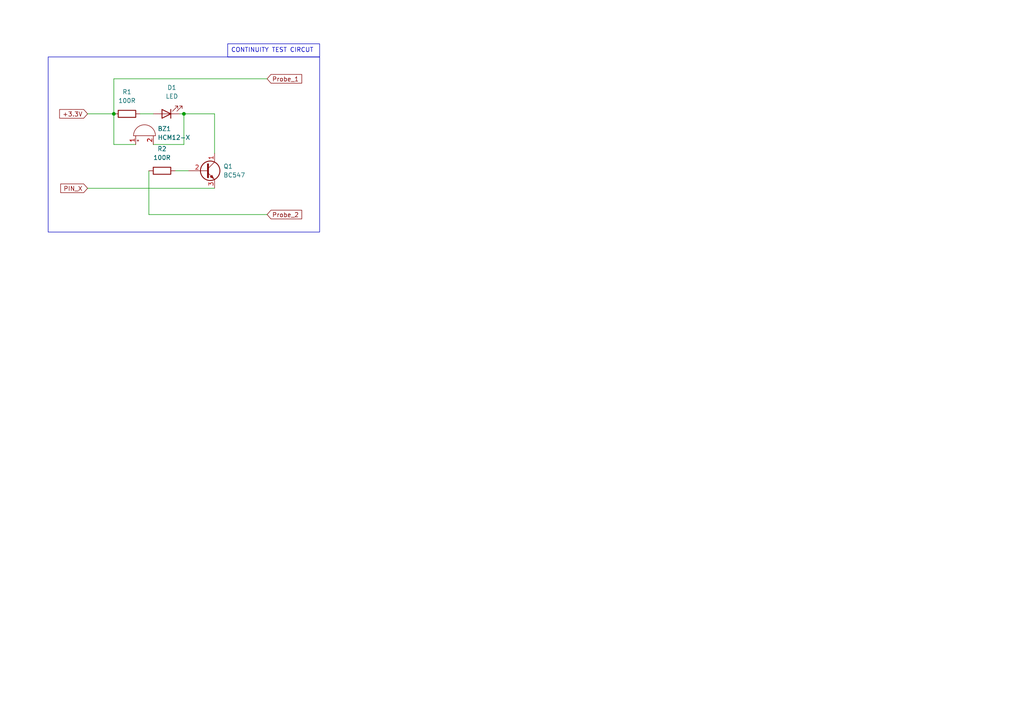
<source format=kicad_sch>
(kicad_sch (version 20231120) (generator "eeschema") (generator_version "8.0")
  (paper "A4")
  (lib_symbols
    (symbol "Device:Buzzer" (pin_names (offset 0.0254) hide)
      (property "Reference" "BZ" (at 3.81 1.27 0))
      (property "Value" "Buzzer" (at 3.81 -1.27 0))
      (symbol "Buzzer_0_1"
        (arc (start 0 -3.175) (mid 3.1612 0) (end 0 3.175))
        (polyline (pts (xy -1.651 1.905) (xy -1.143 1.905)))
        (polyline (pts (xy -1.397 2.159) (xy -1.397 1.651)))
        (polyline (pts (xy 0 3.175) (xy 0 -3.175)))
      )
      (symbol "Buzzer_1_1"
        (pin passive line (at -2.54 2.54 0) (length 2.54) (name "+") (number "1"))
        (pin passive line (at -2.54 -2.54 0) (length 2.54) (name "-") (number "2"))
      )
    )
    (symbol "Device:LED" (pin_numbers hide) (pin_names (offset 1.016) hide)
      (property "Reference" "D" (at 0 2.54 0))
      (property "Value" "LED" (at 0 -2.54 0))
      (symbol "LED_0_1"
        (polyline (pts (xy -1.27 -1.27) (xy -1.27 1.27)) (stroke (width 0.254)))
        (polyline (pts (xy -1.27 0) (xy 1.27 0)))
        (polyline (pts (xy 1.27 -1.27) (xy 1.27 1.27) (xy -1.27 0) (xy 1.27 -1.27)) (stroke (width 0.254)))
        (polyline (pts (xy -3.048 -0.762) (xy -4.572 -2.286) (xy -3.81 -2.286) (xy -4.572 -2.286) (xy -4.572 -1.524)))
        (polyline (pts (xy -1.778 -0.762) (xy -3.302 -2.286) (xy -2.54 -2.286) (xy -3.302 -2.286) (xy -3.302 -1.524)))
      )
      (symbol "LED_1_1"
        (pin passive line (at -3.81 0 0) (length 2.54) (name "K") (number "1"))
        (pin passive line (at 3.81 0 180) (length 2.54) (name "A") (number "2"))
      )
    )
    (symbol "Device:R" (pin_numbers hide) (pin_names (offset 0))
      (property "Reference" "R" (at 2.032 0 90))
      (property "Value" "R" (at 0 0 90))
      (symbol "R_0_1"
        (rectangle (start -1.016 -2.54) (end 1.016 2.54) (stroke (width 0.254)))
      )
      (symbol "R_1_1"
        (pin passive line (at 0 3.81 270) (length 1.27) (name "~") (number "1"))
        (pin passive line (at 0 -3.81 90) (length 1.27) (name "~") (number "2"))
      )
    )
    (symbol "Transistor_BJT:BC547" (pin_names (offset 0) hide)
      (property "Reference" "Q" (at 5.08 1.905 0))
      (property "Value" "BC547" (at 5.08 0 0))
      (symbol "BC547_0_1"
        (polyline (pts (xy 0 0) (xy 0.635 0)))
        (polyline (pts (xy 0.635 0.635) (xy 2.54 2.54)))
        (polyline (pts (xy 0.635 -0.635) (xy 2.54 -2.54) (xy 2.54 -2.54)))
        (polyline (pts (xy 0.635 1.905) (xy 0.635 -1.905) (xy 0.635 -1.905)) (stroke (width 0.508)))
        (polyline (pts (xy 1.27 -1.778) (xy 1.778 -1.27) (xy 2.286 -2.286) (xy 1.27 -1.778) (xy 1.27 -1.778)) (fill (type outline)))
        (circle (center 1.27 0) (radius 2.8194) (stroke (width 0.254)))
      )
      (symbol "BC547_1_1"
        (pin passive line (at 2.54 5.08 270) (length 2.54) (name "C") (number "1"))
        (pin input line (at -5.08 0 0) (length 5.08) (name "B") (number "2"))
        (pin passive line (at 2.54 -5.08 90) (length 2.54) (name "E") (number "3"))
      )
    )
  )
  (junction (at 53.34 33.02))
  (junction (at 33.02 33.02))
  (wire (pts (xy 33.02 41.91) (xy 39.37 41.91)))
  (wire (pts (xy 62.23 33.02) (xy 62.23 44.45)))
  (wire (pts (xy 77.47 22.86) (xy 33.02 22.86)))
  (wire (pts (xy 44.45 41.91) (xy 53.34 41.91)))
  (wire (pts (xy 33.02 33.02) (xy 33.02 41.91)))
  (wire (pts (xy 43.18 62.23) (xy 77.47 62.23)))
  (wire (pts (xy 33.02 22.86) (xy 33.02 33.02)))
  (wire (pts (xy 50.8 49.53) (xy 54.61 49.53)))
  (wire (pts (xy 53.34 33.02) (xy 62.23 33.02)))
  (wire (pts (xy 53.34 41.91) (xy 53.34 33.02)))
  (wire (pts (xy 43.18 49.53) (xy 43.18 62.23)))
  (wire (pts (xy 25.4 54.61) (xy 62.23 54.61)))
  (wire (pts (xy 25.4 33.02) (xy 33.02 33.02)))
  (wire (pts (xy 52.07 33.02) (xy 53.34 33.02)))
  (wire (pts (xy 40.64 33.02) (xy 44.45 33.02)))
  (rectangle (start 13.97 16.51) (end 92.71 67.31))
  (text_box "CONTINUITY TEST CIRCUT\n" (at 66.04 12.7 0) (size 26.67 3.81) (effects (font (size 1.27 1.27)) (justify left top)))
  (global_label "Probe_1" (shape input) (at 77.47 22.86 0) (property "Intersheetrefs" "${INTERSHEET_REFS}" (effects (hide yes))))
  (global_label "PIN_X" (shape input) (at 25.4 54.61 180) (property "Intersheetrefs" "${INTERSHEET_REFS}" (effects (hide yes))))
  (global_label "Probe_2" (shape input) (at 77.47 62.23 0) (property "Intersheetrefs" "${INTERSHEET_REFS}" (effects (hide yes))))
  (global_label "+3.3V" (shape input) (at 25.4 33.02 180) (property "Intersheetrefs" "${INTERSHEET_REFS}" (effects (hide yes))))
  (symbol (lib_id "Transistor_BJT:BC547") (at 59.69 49.53 0) (unit 1)
    (property "Reference" "Q1" (at 64.77 48.2599 0) (effects (justify left)))
    (property "Value" "BC547" (at 64.77 50.7999 0) (effects (justify left)))
    (property "Footprint" "Package_TO_SOT_THT:TO-92_Inline" (effects (hide yes)))
    (property "Datasheet" "https://www.onsemi.com/pub/Collateral/BC550-D.pdf" (effects (hide yes)))
    (property "Description" "0.1A Ic, 45V Vce, Small Signal NPN Transistor, TO-92" (effects (hide yes)))
  )
  (symbol (lib_id "Device:R") (at 36.83 33.02 90) (unit 1)
    (property "Reference" "R1" (at 36.83 26.67 90))
    (property "Value" "100R" (at 36.83 29.21 90))
    (property "Description" "Resistor" (effects (hide yes)))
  )
  (symbol (lib_id "Device:LED") (at 48.26 33.02 180) (unit 1)
    (property "Reference" "D1" (at 49.8475 25.4 0))
    (property "Value" "LED" (at 49.8475 27.94 0))
    (property "Description" "Light emitting diode" (effects (hide yes)))
  )
  (symbol (lib_id "Device:Buzzer") (at 41.91 39.37 90) (unit 1)
    (property "Reference" "BZ1" (at 45.72 37.3448 90) (effects (justify right)))
    (property "Value" "HCM12-X" (at 45.72 39.8848 90) (effects (justify right)))
    (property "Description" "Buzzer, polarized" (effects (hide yes)))
  )
  (symbol (lib_id "Device:R") (at 46.99 49.53 90) (unit 1)
    (property "Reference" "R2" (at 46.99 43.18 90))
    (property "Value" "100R" (at 46.99 45.72 90))
    (property "Description" "Resistor" (effects (hide yes)))
  )
)
</source>
